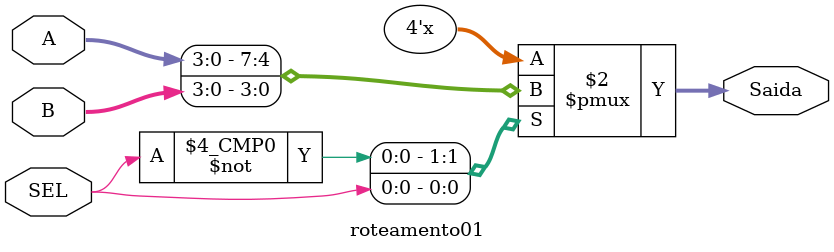
<source format=sv>
module roteamento01(input logic [3:0] A, B, input logic SEL, output logic [3:0] Saida);
  
  always_comb 
    
    begin
   
      case({SEL})
        'b0: Saida = A;
        'b1: Saida = B;
     
    endcase
end
  
  
endmodule
</source>
